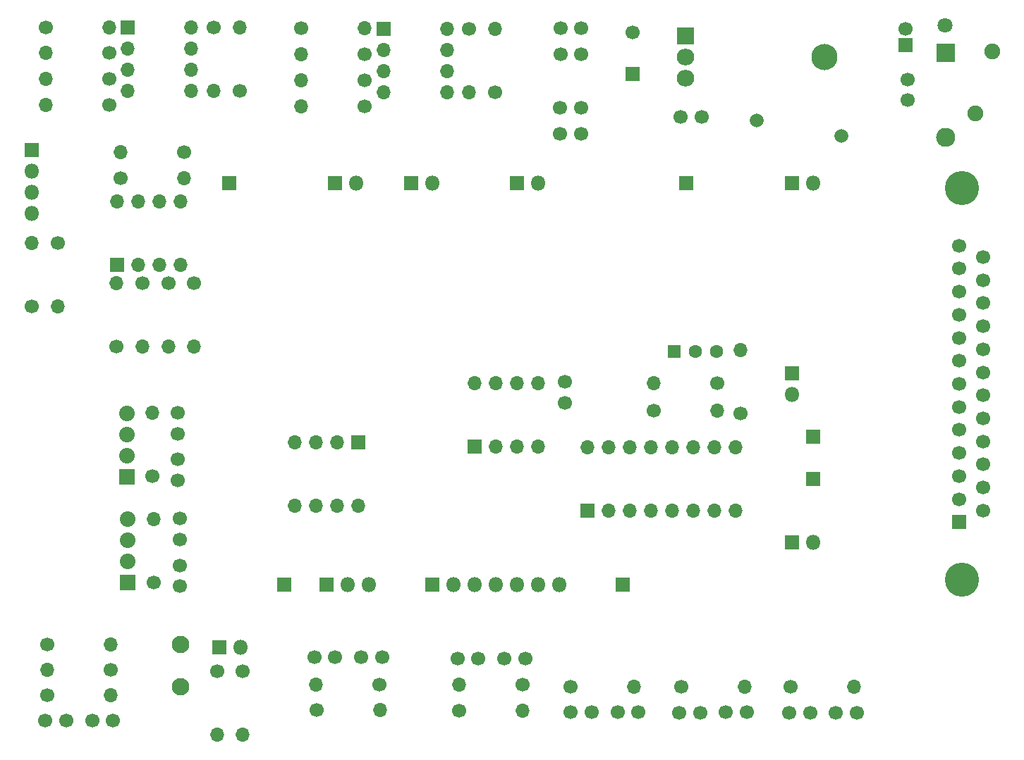
<source format=gbr>
%TF.GenerationSoftware,KiCad,Pcbnew,(5.1.6)-1*%
%TF.CreationDate,2023-01-06T15:30:19-08:00*%
%TF.ProjectId,Buggly SPD,42756767-6c79-4205-9350-442e6b696361,rev?*%
%TF.SameCoordinates,Original*%
%TF.FileFunction,Soldermask,Bot*%
%TF.FilePolarity,Negative*%
%FSLAX46Y46*%
G04 Gerber Fmt 4.6, Leading zero omitted, Abs format (unit mm)*
G04 Created by KiCad (PCBNEW (5.1.6)-1) date 2023-01-06 15:30:19*
%MOMM*%
%LPD*%
G01*
G04 APERTURE LIST*
%ADD10O,1.700000X1.700000*%
%ADD11C,1.700000*%
%ADD12O,1.800000X1.800000*%
%ADD13R,1.800000X1.800000*%
%ADD14R,1.700000X1.700000*%
%ADD15C,1.878000*%
%ADD16R,1.878000X1.878000*%
%ADD17R,1.600000X1.600000*%
%ADD18C,1.600000*%
%ADD19C,4.100000*%
%ADD20C,1.900000*%
%ADD21C,1.660000*%
%ADD22O,2.300000X2.300000*%
%ADD23R,2.300000X2.300000*%
%ADD24C,1.800000*%
%ADD25O,2.100000X2.005000*%
%ADD26R,2.100000X2.005000*%
%ADD27C,3.148000*%
%ADD28C,2.100000*%
G04 APERTURE END LIST*
D10*
%TO.C,R37*%
X91338400Y-70891400D03*
D11*
X91338400Y-78511400D03*
%TD*%
D10*
%TO.C,R36*%
X94488000Y-78486000D03*
D11*
X94488000Y-70866000D03*
%TD*%
D12*
%TO.C,J18*%
X91338400Y-67310000D03*
X91338400Y-64770000D03*
X91338400Y-62230000D03*
D13*
X91338400Y-59690000D03*
%TD*%
D12*
%TO.C,J17*%
X152120600Y-63728600D03*
D13*
X149580600Y-63728600D03*
%TD*%
D10*
%TO.C,J16*%
X130505200Y-102489000D03*
X122885200Y-94869000D03*
X127965200Y-102489000D03*
X125425200Y-94869000D03*
X125425200Y-102489000D03*
X127965200Y-94869000D03*
X122885200Y-102489000D03*
D14*
X130505200Y-94869000D03*
%TD*%
D10*
%TO.C,R35*%
X113182400Y-52654200D03*
D11*
X113182400Y-45034200D03*
%TD*%
D10*
%TO.C,R27*%
X93014800Y-54279800D03*
D11*
X100634800Y-54279800D03*
%TD*%
D10*
%TO.C,R16*%
X93014800Y-51181000D03*
D11*
X100634800Y-51181000D03*
%TD*%
D10*
%TO.C,R9*%
X190017400Y-124282200D03*
D11*
X182397400Y-124282200D03*
%TD*%
D12*
%TO.C,J6*%
X154660600Y-111988600D03*
X152120600Y-111988600D03*
X149580600Y-111988600D03*
X147040600Y-111988600D03*
X144500600Y-111988600D03*
X141960600Y-111988600D03*
D13*
X139420600Y-111988600D03*
%TD*%
D12*
%TO.C,J5*%
X139420600Y-63728600D03*
D13*
X136880600Y-63728600D03*
%TD*%
D11*
%TO.C,C13*%
X184770400Y-127355600D03*
X182270400Y-127355600D03*
%TD*%
%TO.C,C9*%
X187847600Y-127406400D03*
X190347600Y-127406400D03*
%TD*%
D15*
%TO.C,U2*%
X102819200Y-104089200D03*
X102819200Y-106629200D03*
X102819200Y-109169200D03*
D16*
X102819200Y-111709200D03*
%TD*%
D15*
%TO.C,U1*%
X102743000Y-91389200D03*
X102743000Y-93929200D03*
X102743000Y-96469200D03*
D16*
X102743000Y-99009200D03*
%TD*%
D10*
%TO.C,R6*%
X105943400Y-104114600D03*
D11*
X105943400Y-111734600D03*
%TD*%
D10*
%TO.C,R5*%
X105765600Y-91338400D03*
D11*
X105765600Y-98958400D03*
%TD*%
D10*
%TO.C,R4*%
X100812600Y-125272800D03*
D11*
X93192600Y-125272800D03*
%TD*%
D10*
%TO.C,R2*%
X93192600Y-122224800D03*
D11*
X100812600Y-122224800D03*
%TD*%
D10*
%TO.C,R1*%
X100812600Y-119176800D03*
D11*
X93192600Y-119176800D03*
%TD*%
D12*
%TO.C,J13*%
X185140600Y-106908600D03*
D13*
X182600600Y-106908600D03*
%TD*%
%TO.C,J12*%
X185140600Y-99288600D03*
%TD*%
%TO.C,J11*%
X185140600Y-94208600D03*
%TD*%
D12*
%TO.C,J10*%
X182600600Y-89128600D03*
D13*
X182600600Y-86588600D03*
%TD*%
D12*
%TO.C,J9*%
X185140600Y-63728600D03*
D13*
X182600600Y-63728600D03*
%TD*%
%TO.C,J8*%
X162280600Y-111988600D03*
%TD*%
%TO.C,J7*%
X169900600Y-63728600D03*
%TD*%
D12*
%TO.C,J4*%
X131800600Y-111988600D03*
X129260600Y-111988600D03*
D13*
X126720600Y-111988600D03*
%TD*%
D12*
%TO.C,J3*%
X130276600Y-63728600D03*
D13*
X127736600Y-63728600D03*
%TD*%
%TO.C,J2*%
X121640600Y-111988600D03*
%TD*%
%TO.C,J1*%
X115036600Y-63728600D03*
%TD*%
D11*
%TO.C,C16*%
X158532200Y-127330200D03*
X156032200Y-127330200D03*
%TD*%
%TO.C,C15*%
X144917800Y-120878600D03*
X142417800Y-120878600D03*
%TD*%
%TO.C,C14*%
X127747400Y-120700800D03*
X125247400Y-120700800D03*
%TD*%
%TO.C,C8*%
X109093000Y-109666400D03*
X109093000Y-112166400D03*
%TD*%
%TO.C,C7*%
X108839000Y-96915600D03*
X108839000Y-99415600D03*
%TD*%
%TO.C,C6*%
X95438600Y-128320800D03*
X92938600Y-128320800D03*
%TD*%
%TO.C,C5*%
X171562400Y-127355600D03*
X169062400Y-127355600D03*
%TD*%
%TO.C,C4*%
X98566600Y-128320800D03*
X101066600Y-128320800D03*
%TD*%
%TO.C,C2*%
X109093000Y-106538400D03*
X109093000Y-104038400D03*
%TD*%
%TO.C,C1*%
X108839000Y-93838400D03*
X108839000Y-91338400D03*
%TD*%
D10*
%TO.C,R34*%
X92989400Y-48056800D03*
D11*
X100609400Y-48056800D03*
%TD*%
D10*
%TO.C,R33*%
X123685300Y-54495700D03*
D11*
X131305300Y-54495700D03*
%TD*%
D10*
%TO.C,R32*%
X123685300Y-48196500D03*
D11*
X131305300Y-48196500D03*
%TD*%
D10*
%TO.C,R31*%
X110807500Y-83375500D03*
D11*
X110807500Y-75755500D03*
%TD*%
D10*
%TO.C,R30*%
X104609900Y-83375500D03*
D11*
X104609900Y-75755500D03*
%TD*%
D10*
%TO.C,R29*%
X123685300Y-51346100D03*
D11*
X131305300Y-51346100D03*
%TD*%
D10*
%TO.C,R28*%
X131305300Y-45059600D03*
D11*
X123685300Y-45059600D03*
%TD*%
D10*
%TO.C,R26*%
X100622100Y-44970700D03*
D11*
X93002100Y-44970700D03*
%TD*%
D10*
%TO.C,R25*%
X107708700Y-83375500D03*
D11*
X107708700Y-75755500D03*
%TD*%
D10*
%TO.C,R24*%
X101511100Y-75742800D03*
D11*
X101511100Y-83362800D03*
%TD*%
%TO.C,C21*%
X157287600Y-48183800D03*
X154787600Y-48183800D03*
%TD*%
%TO.C,C20*%
X157236800Y-57759600D03*
X154736800Y-57759600D03*
%TD*%
%TO.C,C19*%
X157236800Y-54635400D03*
X154736800Y-54635400D03*
%TD*%
%TO.C,C18*%
X157313000Y-45085000D03*
X154813000Y-45085000D03*
%TD*%
D10*
%TO.C,U3*%
X141147800Y-45123100D03*
X133527800Y-52743100D03*
X141147800Y-47663100D03*
X133527800Y-50203100D03*
X141147800Y-50203100D03*
X133527800Y-47663100D03*
X141147800Y-52743100D03*
D14*
X133527800Y-45123100D03*
%TD*%
D10*
%TO.C,R15*%
X116281200Y-45034200D03*
D11*
X116281200Y-52654200D03*
%TD*%
D10*
%TO.C,R14*%
X143840200Y-52768500D03*
D11*
X143840200Y-45148500D03*
%TD*%
D10*
%TO.C,R13*%
X146913600Y-45148500D03*
D11*
X146913600Y-52768500D03*
%TD*%
D10*
%TO.C,U4*%
X110477300Y-45008800D03*
X102857300Y-52628800D03*
X110477300Y-47548800D03*
X102857300Y-50088800D03*
X110477300Y-50088800D03*
X102857300Y-47548800D03*
X110477300Y-52628800D03*
D14*
X102857300Y-45008800D03*
%TD*%
D10*
%TO.C,U5*%
X101587300Y-65874900D03*
X109207300Y-73494900D03*
X104127300Y-65874900D03*
X106667300Y-73494900D03*
X106667300Y-65874900D03*
X104127300Y-73494900D03*
X109207300Y-65874900D03*
D14*
X101587300Y-73494900D03*
%TD*%
D10*
%TO.C,R21*%
X109639100Y-63131700D03*
D11*
X102019100Y-63131700D03*
%TD*%
D10*
%TO.C,R20*%
X101968300Y-60007500D03*
D11*
X109588300Y-60007500D03*
%TD*%
D10*
%TO.C,R12*%
X163652200Y-124231400D03*
D11*
X156032200Y-124231400D03*
%TD*%
D10*
%TO.C,R11*%
X150241000Y-127127000D03*
D11*
X142621000Y-127127000D03*
%TD*%
D10*
%TO.C,R10*%
X133146800Y-127000000D03*
D11*
X125526800Y-127000000D03*
%TD*%
D10*
%TO.C,R8*%
X142595600Y-124002800D03*
D11*
X150215600Y-124002800D03*
%TD*%
D10*
%TO.C,R7*%
X125450600Y-123952000D03*
D11*
X133070600Y-123952000D03*
%TD*%
D10*
%TO.C,R3*%
X176911000Y-124206000D03*
D11*
X169291000Y-124206000D03*
%TD*%
%TO.C,C12*%
X161660200Y-127330200D03*
X164160200Y-127330200D03*
%TD*%
%TO.C,C11*%
X148045800Y-120878600D03*
X150545800Y-120878600D03*
%TD*%
%TO.C,C10*%
X130875400Y-120700800D03*
X133375400Y-120700800D03*
%TD*%
%TO.C,C3*%
X174665000Y-127330200D03*
X177165000Y-127330200D03*
%TD*%
D10*
%TO.C,IC1*%
X144449800Y-87731600D03*
X152069800Y-95351600D03*
X146989800Y-87731600D03*
X149529800Y-95351600D03*
X149529800Y-87731600D03*
X146989800Y-95351600D03*
X152069800Y-87731600D03*
D14*
X144449800Y-95351600D03*
%TD*%
D11*
%TO.C,C17*%
X155321000Y-87593800D03*
X155321000Y-90093800D03*
%TD*%
%TO.C,C24*%
X196514720Y-53741960D03*
X196514720Y-51241960D03*
%TD*%
D10*
%TO.C,U6*%
X158013400Y-95453200D03*
X175793400Y-103073200D03*
X160553400Y-95453200D03*
X173253400Y-103073200D03*
X163093400Y-95453200D03*
X170713400Y-103073200D03*
X165633400Y-95453200D03*
X168173400Y-103073200D03*
X168173400Y-95453200D03*
X165633400Y-103073200D03*
X170713400Y-95453200D03*
X163093400Y-103073200D03*
X173253400Y-95453200D03*
X160553400Y-103073200D03*
X175793400Y-95453200D03*
D14*
X158013400Y-103073200D03*
%TD*%
D10*
%TO.C,R19*%
X176377600Y-83769200D03*
D11*
X176377600Y-91389200D03*
%TD*%
D10*
%TO.C,R18*%
X173609000Y-91033600D03*
D11*
X165989000Y-91033600D03*
%TD*%
D10*
%TO.C,R17*%
X166014400Y-87757000D03*
D11*
X173634400Y-87757000D03*
%TD*%
D17*
%TO.C,Q1*%
X168478200Y-83921600D03*
D18*
X173558200Y-83921600D03*
X171018200Y-83921600D03*
%TD*%
D19*
%TO.C,J15*%
X202976760Y-64284960D03*
X202976760Y-111384960D03*
D11*
X205516760Y-72599960D03*
X205516760Y-75369960D03*
X205516760Y-78139960D03*
X205516760Y-80909960D03*
X205516760Y-83679960D03*
X205516760Y-86449960D03*
X205516760Y-89219960D03*
X205516760Y-91989960D03*
X205516760Y-94759960D03*
X205516760Y-97529960D03*
X205516760Y-100299960D03*
X205516760Y-103069960D03*
X202676760Y-71214960D03*
X202676760Y-73984960D03*
X202676760Y-76754960D03*
X202676760Y-79524960D03*
X202676760Y-82294960D03*
X202676760Y-85064960D03*
X202676760Y-87834960D03*
X202676760Y-90604960D03*
X202676760Y-93374960D03*
X202676760Y-96144960D03*
X202676760Y-98914960D03*
X202676760Y-101684960D03*
D14*
X202676760Y-104454960D03*
%TD*%
D20*
%TO.C,RV1*%
X206597000Y-47846600D03*
X204597000Y-55346600D03*
%TD*%
D21*
%TO.C,F1*%
X188549280Y-58039000D03*
X178349280Y-56139000D03*
%TD*%
D22*
%TO.C,D17*%
X201086720Y-58191400D03*
D23*
X201086720Y-48031400D03*
%TD*%
D24*
%TO.C,J8*%
X200990200Y-44780200D03*
%TD*%
D25*
%TO.C,U7*%
X169824400Y-51094640D03*
X169824400Y-48554640D03*
D26*
X169824400Y-46014640D03*
D27*
X186484400Y-48554640D03*
%TD*%
D10*
%TO.C,R23*%
X113614200Y-130022600D03*
D11*
X113614200Y-122402600D03*
%TD*%
D10*
%TO.C,R22*%
X116662200Y-130022600D03*
D11*
X116662200Y-122402600D03*
%TD*%
D12*
%TO.C,JP1*%
X116382800Y-119507000D03*
D13*
X113842800Y-119507000D03*
%TD*%
D11*
%TO.C,C26*%
X163428680Y-45606960D03*
D14*
X163428680Y-50606960D03*
%TD*%
D11*
%TO.C,C25*%
X169249720Y-55758080D03*
X171749720Y-55758080D03*
%TD*%
D28*
%TO.C,C22*%
X109169200Y-124202200D03*
X109169200Y-119202200D03*
%TD*%
D11*
%TO.C,C23*%
X196209920Y-45132240D03*
D14*
X196209920Y-47132240D03*
%TD*%
M02*

</source>
